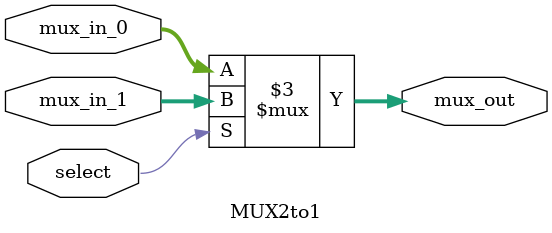
<source format=v>
module MUX2to1 #(parameter W = 2)(
input wire [W-1:0] mux_in_1,
input select,
input wire [W-1:0] mux_in_0,
output reg [W-1:0] mux_out
);

always@(mux_in_1 or mux_in_0 or select)
begin
	if(select)
		mux_out[W-1:0] = mux_in_1[W-1:0];
	else
		mux_out[W-1:0] = mux_in_0[W-1:0];
end

endmodule

</source>
